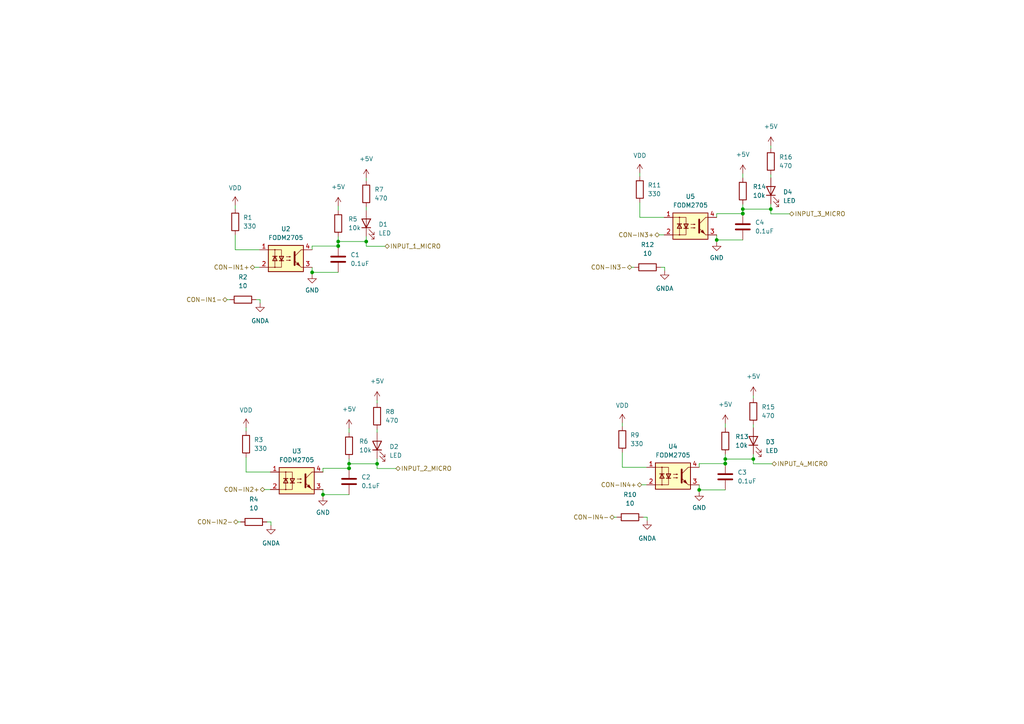
<source format=kicad_sch>
(kicad_sch (version 20211123) (generator eeschema)
  (paper "A4")
  (lib_symbols
    (symbol "Device:C" (pin_numbers hide) (pin_names (offset 0.254))
      (property "Reference" "C" (at 0.635 2.54 0))
      (property "Value" "C" (at 0.635 -2.54 0))
      (symbol "C_0_1"
        (polyline (pts (xy -2.032 -0.762) (xy 2.032 -0.762)) (stroke (width 0.508)))
        (polyline (pts (xy -2.032 0.762) (xy 2.032 0.762)) (stroke (width 0.508)))
      )
      (symbol "C_1_1"
        (pin passive line (at 0 3.81 270) (length 2.794) (name "~") (number "1"))
        (pin passive line (at 0 -3.81 90) (length 2.794) (name "~") (number "2"))
      )
    )
    (symbol "Device:LED" (pin_numbers hide) (pin_names (offset 1.016) hide)
      (property "Reference" "D" (at 0 2.54 0))
      (property "Value" "LED" (at 0 -2.54 0))
      (symbol "LED_0_1"
        (polyline (pts (xy -1.27 -1.27) (xy -1.27 1.27)) (stroke (width 0.254)))
        (polyline (pts (xy -1.27 0) (xy 1.27 0)))
        (polyline (pts (xy 1.27 -1.27) (xy 1.27 1.27) (xy -1.27 0) (xy 1.27 -1.27)) (stroke (width 0.254)))
        (polyline (pts (xy -3.048 -0.762) (xy -4.572 -2.286) (xy -3.81 -2.286) (xy -4.572 -2.286) (xy -4.572 -1.524)))
        (polyline (pts (xy -1.778 -0.762) (xy -3.302 -2.286) (xy -2.54 -2.286) (xy -3.302 -2.286) (xy -3.302 -1.524)))
      )
      (symbol "LED_1_1"
        (pin passive line (at -3.81 0 0) (length 2.54) (name "K") (number "1"))
        (pin passive line (at 3.81 0 180) (length 2.54) (name "A") (number "2"))
      )
    )
    (symbol "Device:R" (pin_numbers hide) (pin_names (offset 0))
      (property "Reference" "R" (at 2.032 0 90))
      (property "Value" "R" (at 0 0 90))
      (symbol "R_0_1"
        (rectangle (start -1.016 -2.54) (end 1.016 2.54) (stroke (width 0.254)))
      )
      (symbol "R_1_1"
        (pin passive line (at 0 3.81 270) (length 1.27) (name "~") (number "1"))
        (pin passive line (at 0 -3.81 90) (length 1.27) (name "~") (number "2"))
      )
    )
    (symbol "FODM2705_1"
      (property "Reference" "U?" (at -0.0508 13.716 0))
      (property "Value" "FODM2705" (at -0.0508 11.176 0))
      (symbol "FODM2705_1_0_1"
        (rectangle (start -5.1308 8.9408) (end 5.0292 1.3208) (stroke (width 0.254)) (fill (type background)))
        (circle (center -3.2258 2.5908) (radius 0.127))
        (circle (center -3.2258 7.6708) (radius 0.127))
        (polyline (pts (xy -3.8608 5.7658) (xy -2.5908 5.7658)) (stroke (width 0.254)))
        (polyline (pts (xy -3.2258 4.4958) (xy -3.2258 2.5908)))
        (polyline (pts (xy -3.2258 4.4958) (xy -3.2258 7.6708)))
        (polyline (pts (xy -1.9558 4.4958) (xy -0.6858 4.4958)) (stroke (width 0.254)))
        (polyline (pts (xy 2.4892 5.7658) (xy 4.3942 7.6708)))
        (polyline (pts (xy 4.3942 2.5908) (xy 2.4892 4.4958)) (fill (type outline)))
        (polyline (pts (xy 4.3942 2.5908) (xy 5.0292 2.5908)))
        (polyline (pts (xy 4.3942 7.6708) (xy 5.0292 7.6708)))
        (polyline (pts (xy -5.1308 7.6708) (xy -1.3208 7.6708) (xy -1.3208 4.4958)))
        (polyline (pts (xy -1.3208 4.4958) (xy -1.3208 2.5908) (xy -5.1308 2.5908)))
        (polyline (pts (xy 2.4892 7.0358) (xy 2.4892 3.2258) (xy 2.4892 3.2258)) (stroke (width 0.508)))
        (polyline (pts (xy -3.2258 5.7658) (xy -3.8608 4.4958) (xy -2.5908 4.4958) (xy -3.2258 5.7658)) (stroke (width 0.254)))
        (polyline (pts (xy -1.3208 4.4958) (xy -1.9558 5.7658) (xy -0.6858 5.7658) (xy -1.3208 4.4958)) (stroke (width 0.254)))
        (polyline (pts (xy 0.0762 4.6228) (xy 1.3462 4.6228) (xy 0.9652 4.4958) (xy 0.9652 4.7498) (xy 1.3462 4.6228)))
        (polyline (pts (xy 0.0762 5.6388) (xy 1.3462 5.6388) (xy 0.9652 5.5118) (xy 0.9652 5.7658) (xy 1.3462 5.6388)))
        (polyline (pts (xy 2.9972 3.4798) (xy 3.5052 3.9878) (xy 4.0132 2.9718) (xy 2.9972 3.4798) (xy 2.9972 3.4798)) (fill (type outline)))
      )
      (symbol "FODM2705_1_1_1"
        (pin passive line (at -7.6708 7.6708 0) (length 2.54) (name "~") (number "1"))
        (pin passive line (at -7.6708 2.5908 0) (length 2.54) (name "~") (number "2"))
        (pin passive line (at 7.5692 2.5908 180) (length 2.54) (name "~") (number "3"))
        (pin passive line (at 7.5692 7.6708 180) (length 2.54) (name "~") (number "4"))
      )
    )
    (symbol "nuevos simvolos:FODM2705"
      (property "Reference" "U" (at 0 0 0))
      (property "Value" "FODM2705" (at 0 -1.8288 0))
      (symbol "FODM2705_0_1"
        (rectangle (start -5.1308 8.9408) (end 5.0292 1.3208) (stroke (width 0.254)) (fill (type background)))
        (circle (center -3.2258 2.5908) (radius 0.127))
        (circle (center -3.2258 7.6708) (radius 0.127))
        (polyline (pts (xy -3.8608 5.7658) (xy -2.5908 5.7658)) (stroke (width 0.254)))
        (polyline (pts (xy -3.2258 4.4958) (xy -3.2258 2.5908)))
        (polyline (pts (xy -3.2258 4.4958) (xy -3.2258 7.6708)))
        (polyline (pts (xy -1.9558 4.4958) (xy -0.6858 4.4958)) (stroke (width 0.254)))
        (polyline (pts (xy 2.4892 5.7658) (xy 4.3942 7.6708)))
        (polyline (pts (xy 4.3942 2.5908) (xy 2.4892 4.4958)) (fill (type outline)))
        (polyline (pts (xy 4.3942 2.5908) (xy 5.0292 2.5908)))
        (polyline (pts (xy 4.3942 7.6708) (xy 5.0292 7.6708)))
        (polyline (pts (xy -5.1308 7.6708) (xy -1.3208 7.6708) (xy -1.3208 4.4958)))
        (polyline (pts (xy -1.3208 4.4958) (xy -1.3208 2.5908) (xy -5.1308 2.5908)))
        (polyline (pts (xy 2.4892 7.0358) (xy 2.4892 3.2258) (xy 2.4892 3.2258)) (stroke (width 0.508)))
        (polyline (pts (xy -3.2258 5.7658) (xy -3.8608 4.4958) (xy -2.5908 4.4958) (xy -3.2258 5.7658)) (stroke (width 0.254)))
        (polyline (pts (xy -1.3208 4.4958) (xy -1.9558 5.7658) (xy -0.6858 5.7658) (xy -1.3208 4.4958)) (stroke (width 0.254)))
        (polyline (pts (xy 0.0762 4.6228) (xy 1.3462 4.6228) (xy 0.9652 4.4958) (xy 0.9652 4.7498) (xy 1.3462 4.6228)))
        (polyline (pts (xy 0.0762 5.6388) (xy 1.3462 5.6388) (xy 0.9652 5.5118) (xy 0.9652 5.7658) (xy 1.3462 5.6388)))
        (polyline (pts (xy 2.9972 3.4798) (xy 3.5052 3.9878) (xy 4.0132 2.9718) (xy 2.9972 3.4798) (xy 2.9972 3.4798)) (fill (type outline)))
      )
      (symbol "FODM2705_1_1"
        (pin passive line (at -7.6708 7.6708 0) (length 2.54) (name "~") (number "1"))
        (pin passive line (at -7.6708 2.5908 0) (length 2.54) (name "~") (number "2"))
        (pin passive line (at 7.5692 2.5908 180) (length 2.54) (name "~") (number "3"))
        (pin passive line (at 7.5692 7.6708 180) (length 2.54) (name "~") (number "4"))
      )
    )
    (symbol "power:+5V" (power) (pin_names (offset 0))
      (property "Value" "+5V" (at 0 3.556 0))
      (symbol "+5V_0_1"
        (polyline (pts (xy -0.762 1.27) (xy 0 2.54)))
        (polyline (pts (xy 0 0) (xy 0 2.54)))
        (polyline (pts (xy 0 2.54) (xy 0.762 1.27)))
      )
      (symbol "+5V_1_1"
        (pin power_in line (at 0 0 90) (length 0) hide (name "+5V") (number "1"))
      )
    )
    (symbol "power:GND" (power) (pin_names (offset 0))
      (property "Value" "GND" (at 0 -3.81 0))
      (symbol "GND_0_1"
        (polyline (pts (xy 0 0) (xy 0 -1.27) (xy 1.27 -1.27) (xy 0 -2.54) (xy -1.27 -1.27) (xy 0 -1.27)))
      )
      (symbol "GND_1_1"
        (pin power_in line (at 0 0 270) (length 0) hide (name "GND") (number "1"))
      )
    )
    (symbol "power:GNDA" (power) (pin_names (offset 0))
      (property "Value" "GNDA" (at 0 -3.81 0))
      (symbol "GNDA_0_1"
        (polyline (pts (xy 0 0) (xy 0 -1.27) (xy 1.27 -1.27) (xy 0 -2.54) (xy -1.27 -1.27) (xy 0 -1.27)))
      )
      (symbol "GNDA_1_1"
        (pin power_in line (at 0 0 270) (length 0) hide (name "GNDA") (number "1"))
      )
    )
    (symbol "power:VDD" (power) (pin_names (offset 0))
      (property "Value" "VDD" (at 0 3.81 0))
      (symbol "VDD_0_1"
        (polyline (pts (xy -0.762 1.27) (xy 0 2.54)))
        (polyline (pts (xy 0 0) (xy 0 2.54)))
        (polyline (pts (xy 0 2.54) (xy 0.762 1.27)))
      )
      (symbol "VDD_1_1"
        (pin power_in line (at 0 0 90) (length 0) hide (name "VDD") (number "1"))
      )
    )
  )
  (junction (at 93.6752 143.4592))
  (junction (at 207.8736 69.596))
  (junction (at 98.0948 71.374))
  (junction (at 109.3724 134.5184))
  (junction (at 210.3628 134.4168))
  (junction (at 101.2444 134.5184))
  (junction (at 215.4428 61.9252))
  (junction (at 202.7936 142.0876))
  (junction (at 210.3628 134.4676))
  (junction (at 98.0948 71.3232))
  (junction (at 215.4428 61.976))
  (junction (at 210.3628 133.1468))
  (junction (at 106.2228 70.0532))
  (junction (at 101.2444 135.7884))
  (junction (at 215.4428 60.6552))
  (junction (at 98.0948 70.0532))
  (junction (at 90.5256 78.994))
  (junction (at 223.5708 60.6552))
  (junction (at 101.2444 135.8392))
  (junction (at 218.4908 133.1468))
  (wire (pts (xy 191.2112 68.1228) (xy 192.6336 68.1228)))
  (wire (pts (xy 93.6752 143.4592) (xy 101.2444 143.4592)))
  (wire (pts (xy 98.0948 70.0532) (xy 98.0948 71.3232)))
  (wire (pts (xy 65.8876 86.9188) (xy 66.6496 86.9188)))
  (wire (pts (xy 73.8632 77.5208) (xy 75.2856 77.5208)))
  (wire (pts (xy 90.5256 77.5208) (xy 90.5256 78.994)))
  (wire (pts (xy 98.0948 59.7916) (xy 98.0948 61.0108)))
  (wire (pts (xy 93.6752 143.4592) (xy 93.6752 144.018)))
  (wire (pts (xy 223.5708 59.182) (xy 223.5708 60.6552)))
  (wire (pts (xy 106.2228 60.0456) (xy 106.2228 60.96)))
  (wire (pts (xy 101.2444 135.8392) (xy 93.6752 135.8392)))
  (wire (pts (xy 90.5256 78.994) (xy 90.5256 79.5528)))
  (wire (pts (xy 101.2444 124.2568) (xy 101.2444 125.476)))
  (wire (pts (xy 106.2228 71.4248) (xy 106.2228 70.0532)))
  (wire (pts (xy 101.2444 134.5184) (xy 101.2444 135.7884)))
  (wire (pts (xy 207.8736 61.976) (xy 207.8736 63.0428)))
  (wire (pts (xy 109.3724 124.5108) (xy 109.3724 125.4252)))
  (wire (pts (xy 215.4428 61.976) (xy 207.8736 61.976)))
  (wire (pts (xy 74.2696 86.9188) (xy 75.438 86.9188)))
  (wire (pts (xy 180.4924 122.682) (xy 180.4924 123.6472)))
  (wire (pts (xy 202.7936 142.0876) (xy 210.3628 142.0876)))
  (wire (pts (xy 223.5708 60.6552) (xy 215.4428 60.6552)))
  (wire (pts (xy 68.2244 59.5884) (xy 68.2244 60.5536)))
  (wire (pts (xy 207.8736 68.1228) (xy 207.8736 69.596)))
  (wire (pts (xy 223.5708 62.0268) (xy 223.5708 60.6552)))
  (wire (pts (xy 202.7936 134.4676) (xy 202.7936 135.5344)))
  (wire (pts (xy 78.5876 151.384) (xy 78.5876 152.3492)))
  (wire (pts (xy 98.0948 71.374) (xy 90.5256 71.374)))
  (wire (pts (xy 90.5256 78.994) (xy 98.0948 78.994)))
  (wire (pts (xy 223.5708 50.6476) (xy 223.5708 51.562)))
  (wire (pts (xy 93.6752 135.8392) (xy 93.6752 136.906)))
  (wire (pts (xy 114.808 135.89) (xy 109.3724 135.89)))
  (wire (pts (xy 218.4908 133.1468) (xy 210.3628 133.1468)))
  (wire (pts (xy 101.2444 133.096) (xy 101.2444 134.5184)))
  (wire (pts (xy 77.4192 151.384) (xy 78.5876 151.384)))
  (wire (pts (xy 69.0372 151.384) (xy 69.7992 151.384)))
  (wire (pts (xy 207.8736 69.596) (xy 215.4428 69.596)))
  (wire (pts (xy 78.4352 136.906) (xy 71.374 136.906)))
  (wire (pts (xy 68.2244 72.4408) (xy 68.2244 68.1736)))
  (wire (pts (xy 71.374 124.0536) (xy 71.374 125.0188)))
  (wire (pts (xy 185.5724 63.0428) (xy 185.5724 58.7756)))
  (wire (pts (xy 187.706 150.0124) (xy 187.706 150.9776)))
  (wire (pts (xy 186.1312 140.6144) (xy 187.5536 140.6144)))
  (wire (pts (xy 75.2856 72.4408) (xy 68.2244 72.4408)))
  (wire (pts (xy 187.5536 135.5344) (xy 180.4924 135.5344)))
  (wire (pts (xy 76.7588 141.986) (xy 78.4352 141.986)))
  (wire (pts (xy 186.5376 150.0124) (xy 187.706 150.0124)))
  (wire (pts (xy 202.7936 142.0876) (xy 202.7936 142.6464)))
  (wire (pts (xy 218.4908 131.6736) (xy 218.4908 133.1468)))
  (wire (pts (xy 215.4428 50.3936) (xy 215.4428 51.6128)))
  (wire (pts (xy 185.5724 50.1904) (xy 185.5724 51.1556)))
  (wire (pts (xy 109.3724 133.0452) (xy 109.3724 134.5184)))
  (wire (pts (xy 202.7936 140.6144) (xy 202.7936 142.0876)))
  (wire (pts (xy 93.6752 141.986) (xy 93.6752 143.4592)))
  (wire (pts (xy 98.0948 68.6308) (xy 98.0948 70.0532)))
  (wire (pts (xy 210.3628 122.8852) (xy 210.3628 124.1044)))
  (wire (pts (xy 106.2228 68.58) (xy 106.2228 70.0532)))
  (wire (pts (xy 218.4908 114.7572) (xy 218.4908 115.5192)))
  (wire (pts (xy 207.8736 69.596) (xy 207.8736 70.1548)))
  (wire (pts (xy 223.9264 134.5184) (xy 218.4908 134.5184)))
  (wire (pts (xy 192.786 77.5208) (xy 192.786 78.486)))
  (wire (pts (xy 223.5708 42.2656) (xy 223.5708 43.0276)))
  (wire (pts (xy 106.2228 70.0532) (xy 98.0948 70.0532)))
  (wire (pts (xy 215.4428 59.2328) (xy 215.4428 60.6552)))
  (wire (pts (xy 229.0064 62.0268) (xy 223.5708 62.0268)))
  (wire (pts (xy 210.3628 131.7244) (xy 210.3628 133.1468)))
  (wire (pts (xy 109.3724 116.1288) (xy 109.3724 116.8908)))
  (wire (pts (xy 178.1556 150.0124) (xy 178.9176 150.0124)))
  (wire (pts (xy 75.438 86.9188) (xy 75.438 87.884)))
  (wire (pts (xy 111.6584 71.4248) (xy 106.2228 71.4248)))
  (wire (pts (xy 210.3628 133.1468) (xy 210.3628 134.4168)))
  (wire (pts (xy 109.3724 134.5184) (xy 101.2444 134.5184)))
  (wire (pts (xy 192.6336 63.0428) (xy 185.5724 63.0428)))
  (wire (pts (xy 183.2356 77.5208) (xy 183.9976 77.5208)))
  (wire (pts (xy 210.3628 134.4676) (xy 202.7936 134.4676)))
  (wire (pts (xy 215.4428 60.6552) (xy 215.4428 61.9252)))
  (wire (pts (xy 106.2228 51.6636) (xy 106.2228 52.4256)))
  (wire (pts (xy 90.5256 71.374) (xy 90.5256 72.4408)))
  (wire (pts (xy 191.6176 77.5208) (xy 192.786 77.5208)))
  (wire (pts (xy 218.4908 134.5184) (xy 218.4908 133.1468)))
  (wire (pts (xy 180.4924 135.5344) (xy 180.4924 131.2672)))
  (wire (pts (xy 109.3724 135.89) (xy 109.3724 134.5184)))
  (wire (pts (xy 71.374 136.906) (xy 71.374 132.6388)))
  (wire (pts (xy 218.4908 123.1392) (xy 218.4908 124.0536)))
  (hierarchical_label "CON-IN4+" (shape bidirectional) (at 186.1312 140.6144 180))
  (hierarchical_label "INPUT_3_MICRO" (shape bidirectional) (at 229.0064 62.0268 0))
  (hierarchical_label "CON-IN2+" (shape bidirectional) (at 76.7588 141.986 180))
  (hierarchical_label "INPUT_1_MICRO" (shape bidirectional) (at 111.6584 71.4248 0))
  (hierarchical_label "CON-IN3-" (shape bidirectional) (at 183.2356 77.5208 180))
  (hierarchical_label "INPUT_4_MICRO" (shape bidirectional) (at 223.9264 134.5184 0))
  (hierarchical_label "CON-IN2-" (shape bidirectional) (at 69.0372 151.384 180))
  (hierarchical_label "CON-IN1-" (shape bidirectional) (at 65.8876 86.9188 180))
  (hierarchical_label "INPUT_2_MICRO" (shape bidirectional) (at 114.808 135.89 0))
  (hierarchical_label "CON-IN1+" (shape bidirectional) (at 73.8632 77.5208 180))
  (hierarchical_label "CON-IN4-" (shape bidirectional) (at 178.1556 150.0124 180))
  (hierarchical_label "CON-IN3+" (shape bidirectional) (at 191.2112 68.1228 180))
  (symbol (lib_id "Device:LED") (at 223.5708 55.372 90) (unit 1)
    (property "Reference" "D4" (at 227.1268 55.6894 90) (effects (justify right)))
    (property "Value" "LED" (at 227.1268 58.2294 90) (effects (justify right)))
    (property "Footprint" "LED_SMD:LED_0805_2012Metric" (effects hide))
  )
  (symbol (lib_id "Device:R") (at 101.2444 129.286 0) (unit 1)
    (property "Reference" "R6" (at 104.14 128.0159 0) (effects (justify left)))
    (property "Value" "10k" (at 104.14 130.5559 0) (effects (justify left)))
    (property "Footprint" "Resistor_SMD:R_0805_2012Metric" (effects hide))
  )
  (symbol (lib_id "Device:R") (at 180.4924 127.4572 0) (unit 1)
    (property "Reference" "R9" (at 182.7784 126.1871 0) (effects (justify left)))
    (property "Value" "330" (at 182.7784 128.7271 0) (effects (justify left)))
    (property "Footprint" "Resistor_SMD:R_0805_2012Metric" (effects hide))
  )
  (symbol (lib_id "Device:LED") (at 218.4908 127.8636 90) (unit 1)
    (property "Reference" "D3" (at 222.0468 128.181 90) (effects (justify right)))
    (property "Value" "LED" (at 222.0468 130.721 90) (effects (justify right)))
    (property "Footprint" "LED_SMD:LED_0805_2012Metric" (effects hide))
  )
  (symbol (lib_id "power:GNDA") (at 187.706 150.9776 0) (unit 1)
    (property "Reference" "#PWR0106" (effects hide))
    (property "Value" "GNDA" (at 187.706 156.1592 0))
  )
  (symbol (lib_id "power:GND") (at 90.5256 79.5528 0) (unit 1)
    (property "Reference" "#PWR0116" (effects hide))
    (property "Value" "GND" (at 90.5256 84.1756 0))
  )
  (symbol (lib_id "power:+5V") (at 215.4428 50.3936 0) (unit 1)
    (property "Reference" "#PWR0102" (effects hide))
    (property "Value" "+5V" (at 215.4428 44.8056 0))
  )
  (symbol (lib_id "Device:C") (at 101.2444 139.6492 0) (unit 1)
    (property "Reference" "C2" (at 104.8004 138.3791 0) (effects (justify left)))
    (property "Value" "0.1uF" (at 104.8004 140.9191 0) (effects (justify left)))
    (property "Footprint" "Capacitor_SMD:C_0805_2012Metric" (effects hide))
  )
  (symbol (lib_id "power:+5V") (at 218.4908 114.7572 0) (unit 1)
    (property "Reference" "#PWR0108" (effects hide))
    (property "Value" "+5V" (at 218.4908 109.1692 0))
  )
  (symbol (lib_id "Device:R") (at 187.8076 77.5208 270) (unit 1)
    (property "Reference" "R12" (at 187.8076 70.9676 90))
    (property "Value" "10" (at 187.8076 73.5076 90))
    (property "Footprint" "Resistor_SMD:R_0805_2012Metric" (effects hide))
  )
  (symbol (lib_id "power:GND") (at 207.8736 70.1548 0) (unit 1)
    (property "Reference" "#PWR0101" (effects hide))
    (property "Value" "GND" (at 207.8736 74.7776 0))
  )
  (symbol (lib_id "Device:R") (at 215.4428 55.4228 0) (unit 1)
    (property "Reference" "R14" (at 218.3384 54.1527 0) (effects (justify left)))
    (property "Value" "10k" (at 218.3384 56.6927 0) (effects (justify left)))
    (property "Footprint" "Resistor_SMD:R_0805_2012Metric" (effects hide))
  )
  (symbol (lib_id "power:GNDA") (at 192.786 78.486 0) (unit 1)
    (property "Reference" "#PWR0104" (effects hide))
    (property "Value" "GNDA" (at 192.786 83.6676 0))
  )
  (symbol (lib_id "Device:LED") (at 106.2228 64.77 90) (unit 1)
    (property "Reference" "D1" (at 109.7788 65.0874 90) (effects (justify right)))
    (property "Value" "LED" (at 109.7788 67.6274 90) (effects (justify right)))
    (property "Footprint" "LED_SMD:LED_0805_2012Metric" (effects hide))
  )
  (symbol (lib_id "Device:R") (at 109.3724 120.7008 0) (unit 1)
    (property "Reference" "R8" (at 111.76 119.4307 0) (effects (justify left)))
    (property "Value" "470" (at 111.76 121.9707 0) (effects (justify left)))
    (property "Footprint" "Resistor_SMD:R_0805_2012Metric" (effects hide))
  )
  (symbol (lib_id "power:VDD") (at 180.4924 122.682 0) (unit 1)
    (property "Reference" "#PWR0109" (effects hide))
    (property "Value" "VDD" (at 180.4924 117.602 0))
  )
  (symbol (lib_id "Device:C") (at 210.3628 138.2776 0) (unit 1)
    (property "Reference" "C3" (at 213.9188 137.0075 0) (effects (justify left)))
    (property "Value" "0.1uF" (at 213.9188 139.5475 0) (effects (justify left)))
    (property "Footprint" "Capacitor_SMD:C_0805_2012Metric" (effects hide))
  )
  (symbol (lib_id "power:+5V") (at 98.0948 59.7916 0) (unit 1)
    (property "Reference" "#PWR0118" (effects hide))
    (property "Value" "+5V" (at 98.0948 54.2036 0))
  )
  (symbol (lib_id "Device:R") (at 223.5708 46.8376 0) (unit 1)
    (property "Reference" "R16" (at 225.9584 45.5675 0) (effects (justify left)))
    (property "Value" "470" (at 225.9584 48.1075 0) (effects (justify left)))
    (property "Footprint" "Resistor_SMD:R_0805_2012Metric" (effects hide))
  )
  (symbol (lib_id "power:+5V") (at 106.2228 51.6636 0) (unit 1)
    (property "Reference" "#PWR0119" (effects hide))
    (property "Value" "+5V" (at 106.2228 46.0756 0))
  )
  (symbol (lib_id "power:+5V") (at 223.5708 42.2656 0) (unit 1)
    (property "Reference" "#PWR0103" (effects hide))
    (property "Value" "+5V" (at 223.5708 36.6776 0))
  )
  (symbol (lib_id "nuevos simvolos:FODM2705") (at 195.2244 143.2052 0) (unit 1)
    (property "Reference" "U4" (at 195.1736 129.4892 0))
    (property "Value" "FODM2705" (at 195.1736 132.0292 0))
    (property "Footprint" "nuevo simbolo:FODM2705" (effects hide))
  )
  (symbol (lib_id "Device:R") (at 185.5724 54.9656 0) (unit 1)
    (property "Reference" "R11" (at 187.8584 53.6955 0) (effects (justify left)))
    (property "Value" "330" (at 187.8584 56.2355 0) (effects (justify left)))
    (property "Footprint" "Resistor_SMD:R_0805_2012Metric" (effects hide))
  )
  (symbol (lib_id "Device:R") (at 68.2244 64.3636 0) (unit 1)
    (property "Reference" "R1" (at 70.5104 63.0935 0) (effects (justify left)))
    (property "Value" "330" (at 70.5104 65.6335 0) (effects (justify left)))
    (property "Footprint" "Resistor_SMD:R_0805_2012Metric" (effects hide))
  )
  (symbol (lib_id "power:VDD") (at 68.2244 59.5884 0) (unit 1)
    (property "Reference" "#PWR0117" (effects hide))
    (property "Value" "VDD" (at 68.2244 54.5084 0))
  )
  (symbol (lib_id "Device:R") (at 73.6092 151.384 270) (unit 1)
    (property "Reference" "R4" (at 73.6092 144.8308 90))
    (property "Value" "10" (at 73.6092 147.3708 90))
    (property "Footprint" "Resistor_SMD:R_0805_2012Metric" (effects hide))
  )
  (symbol (lib_id "power:+5V") (at 101.2444 124.2568 0) (unit 1)
    (property "Reference" "#PWR0112" (effects hide))
    (property "Value" "+5V" (at 101.2444 118.6688 0))
  )
  (symbol (lib_id "Device:R") (at 218.4908 119.3292 0) (unit 1)
    (property "Reference" "R15" (at 220.8784 118.0591 0) (effects (justify left)))
    (property "Value" "470" (at 220.8784 120.5991 0) (effects (justify left)))
    (property "Footprint" "Resistor_SMD:R_0805_2012Metric" (effects hide))
  )
  (symbol (lib_id "power:GND") (at 202.7936 142.6464 0) (unit 1)
    (property "Reference" "#PWR0110" (effects hide))
    (property "Value" "GND" (at 202.7936 147.2692 0))
  )
  (symbol (lib_id "Device:C") (at 215.4428 65.786 0) (unit 1)
    (property "Reference" "C4" (at 218.9988 64.5159 0) (effects (justify left)))
    (property "Value" "0.1uF" (at 218.9988 67.0559 0) (effects (justify left)))
    (property "Footprint" "Capacitor_SMD:C_0805_2012Metric" (effects hide))
  )
  (symbol (lib_name "FODM2705_1") (lib_id "nuevos simvolos:FODM2705") (at 82.9564 80.1116 0) (unit 1)
    (property "Reference" "U2" (at 82.9056 66.3956 0))
    (property "Value" "FODM2705" (at 82.9056 68.9356 0))
    (property "Footprint" "nuevo simbolo:FODM2705" (effects hide))
    (property "Datasheet" "https://pdf1.alldatasheet.com/datasheet-pdf/view/176509/FAIRCHILD/FODM2705.html" (effects hide))
  )
  (symbol (lib_id "power:+5V") (at 109.3724 116.1288 0) (unit 1)
    (property "Reference" "#PWR0114" (effects hide))
    (property "Value" "+5V" (at 109.3724 110.5408 0))
  )
  (symbol (lib_id "power:GNDA") (at 75.438 87.884 0) (unit 1)
    (property "Reference" "#PWR0120" (effects hide))
    (property "Value" "GNDA" (at 75.438 93.0656 0))
  )
  (symbol (lib_id "Device:R") (at 71.374 128.8288 0) (unit 1)
    (property "Reference" "R3" (at 73.66 127.5587 0) (effects (justify left)))
    (property "Value" "330" (at 73.66 130.0987 0) (effects (justify left)))
    (property "Footprint" "Resistor_SMD:R_0805_2012Metric" (effects hide))
  )
  (symbol (lib_id "Device:R") (at 70.4596 86.9188 270) (unit 1)
    (property "Reference" "R2" (at 70.4596 80.3656 90))
    (property "Value" "10" (at 70.4596 82.9056 90))
    (property "Footprint" "Resistor_SMD:R_0805_2012Metric" (effects hide))
  )
  (symbol (lib_id "power:VDD") (at 71.374 124.0536 0) (unit 1)
    (property "Reference" "#PWR0111" (effects hide))
    (property "Value" "VDD" (at 71.374 118.9736 0))
  )
  (symbol (lib_id "nuevos simvolos:FODM2705") (at 200.3044 70.7136 0) (unit 1)
    (property "Reference" "U5" (at 200.2536 56.9976 0))
    (property "Value" "FODM2705" (at 200.2536 59.5376 0))
    (property "Footprint" "nuevo simbolo:FODM2705" (effects hide))
  )
  (symbol (lib_id "Device:LED") (at 109.3724 129.2352 90) (unit 1)
    (property "Reference" "D2" (at 112.9284 129.5526 90) (effects (justify right)))
    (property "Value" "LED" (at 112.9284 132.0926 90) (effects (justify right)))
    (property "Footprint" "LED_SMD:LED_0805_2012Metric" (effects hide))
  )
  (symbol (lib_id "Device:R") (at 182.7276 150.0124 270) (unit 1)
    (property "Reference" "R10" (at 182.7276 143.4592 90))
    (property "Value" "10" (at 182.7276 145.9992 90))
    (property "Footprint" "Resistor_SMD:R_0805_2012Metric" (effects hide))
  )
  (symbol (lib_id "Device:C") (at 98.0948 75.184 0) (unit 1)
    (property "Reference" "C1" (at 101.6508 73.9139 0) (effects (justify left)))
    (property "Value" "0.1uF" (at 101.6508 76.4539 0) (effects (justify left)))
    (property "Footprint" "Capacitor_SMD:C_0805_2012Metric" (effects hide))
  )
  (symbol (lib_id "power:+5V") (at 210.3628 122.8852 0) (unit 1)
    (property "Reference" "#PWR0107" (effects hide))
    (property "Value" "+5V" (at 210.3628 117.2972 0))
  )
  (symbol (lib_id "Device:R") (at 98.0948 64.8208 0) (unit 1)
    (property "Reference" "R5" (at 100.9904 63.5507 0) (effects (justify left)))
    (property "Value" "10k" (at 100.9904 66.0907 0) (effects (justify left)))
    (property "Footprint" "Resistor_SMD:R_0805_2012Metric" (effects hide))
  )
  (symbol (lib_id "nuevos simvolos:FODM2705") (at 86.106 144.5768 0) (unit 1)
    (property "Reference" "U3" (at 86.0552 130.8608 0))
    (property "Value" "FODM2705" (at 86.0552 133.4008 0))
    (property "Footprint" "nuevo simbolo:FODM2705" (effects hide))
  )
  (symbol (lib_id "Device:R") (at 210.3628 127.9144 0) (unit 1)
    (property "Reference" "R13" (at 213.2584 126.6443 0) (effects (justify left)))
    (property "Value" "10k" (at 213.2584 129.1843 0) (effects (justify left)))
    (property "Footprint" "Resistor_SMD:R_0805_2012Metric" (effects hide))
  )
  (symbol (lib_id "power:GNDA") (at 78.5876 152.3492 0) (unit 1)
    (property "Reference" "#PWR0113" (effects hide))
    (property "Value" "GNDA" (at 78.5876 157.5308 0))
  )
  (symbol (lib_id "Device:R") (at 106.2228 56.2356 0) (unit 1)
    (property "Reference" "R7" (at 108.6104 54.9655 0) (effects (justify left)))
    (property "Value" "470" (at 108.6104 57.5055 0) (effects (justify left)))
    (property "Footprint" "Resistor_SMD:R_0805_2012Metric" (effects hide))
  )
  (symbol (lib_id "power:GND") (at 93.6752 144.018 0) (unit 1)
    (property "Reference" "#PWR0115" (effects hide))
    (property "Value" "GND" (at 93.6752 148.6408 0))
  )
  (symbol (lib_id "power:VDD") (at 185.5724 50.1904 0) (unit 1)
    (property "Reference" "#PWR0105" (effects hide))
    (property "Value" "VDD" (at 185.5724 45.1104 0))
  )
)
</source>
